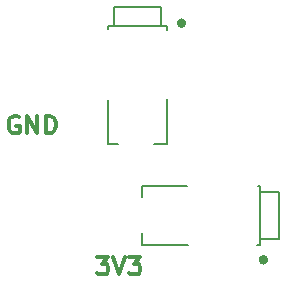
<source format=gbr>
%TF.GenerationSoftware,KiCad,Pcbnew,(6.0.8)*%
%TF.CreationDate,2022-11-26T11:36:34-06:00*%
%TF.ProjectId,connector-joint,636f6e6e-6563-4746-9f72-2d6a6f696e74,rev?*%
%TF.SameCoordinates,Original*%
%TF.FileFunction,Legend,Top*%
%TF.FilePolarity,Positive*%
%FSLAX46Y46*%
G04 Gerber Fmt 4.6, Leading zero omitted, Abs format (unit mm)*
G04 Created by KiCad (PCBNEW (6.0.8)) date 2022-11-26 11:36:34*
%MOMM*%
%LPD*%
G01*
G04 APERTURE LIST*
%ADD10C,0.300000*%
%ADD11C,0.127000*%
%ADD12C,0.400000*%
G04 APERTURE END LIST*
D10*
X157607142Y-100088000D02*
X157464285Y-100016571D01*
X157250000Y-100016571D01*
X157035714Y-100088000D01*
X156892857Y-100230857D01*
X156821428Y-100373714D01*
X156750000Y-100659428D01*
X156750000Y-100873714D01*
X156821428Y-101159428D01*
X156892857Y-101302285D01*
X157035714Y-101445142D01*
X157250000Y-101516571D01*
X157392857Y-101516571D01*
X157607142Y-101445142D01*
X157678571Y-101373714D01*
X157678571Y-100873714D01*
X157392857Y-100873714D01*
X158321428Y-101516571D02*
X158321428Y-100016571D01*
X159178571Y-101516571D01*
X159178571Y-100016571D01*
X159892857Y-101516571D02*
X159892857Y-100016571D01*
X160250000Y-100016571D01*
X160464285Y-100088000D01*
X160607142Y-100230857D01*
X160678571Y-100373714D01*
X160750000Y-100659428D01*
X160750000Y-100873714D01*
X160678571Y-101159428D01*
X160607142Y-101302285D01*
X160464285Y-101445142D01*
X160250000Y-101516571D01*
X159892857Y-101516571D01*
X164258857Y-111954571D02*
X165187428Y-111954571D01*
X164687428Y-112526000D01*
X164901714Y-112526000D01*
X165044571Y-112597428D01*
X165116000Y-112668857D01*
X165187428Y-112811714D01*
X165187428Y-113168857D01*
X165116000Y-113311714D01*
X165044571Y-113383142D01*
X164901714Y-113454571D01*
X164473142Y-113454571D01*
X164330285Y-113383142D01*
X164258857Y-113311714D01*
X165616000Y-111954571D02*
X166116000Y-113454571D01*
X166616000Y-111954571D01*
X166973142Y-111954571D02*
X167901714Y-111954571D01*
X167401714Y-112526000D01*
X167616000Y-112526000D01*
X167758857Y-112597428D01*
X167830285Y-112668857D01*
X167901714Y-112811714D01*
X167901714Y-113168857D01*
X167830285Y-113311714D01*
X167758857Y-113383142D01*
X167616000Y-113454571D01*
X167187428Y-113454571D01*
X167044571Y-113383142D01*
X166973142Y-113311714D01*
D11*
%TO.C,J3*%
X169640000Y-92440000D02*
X165640000Y-92440000D01*
X165140000Y-98690000D02*
X165140000Y-102440000D01*
X169640000Y-92440000D02*
X169640000Y-90840000D01*
X170140000Y-92440000D02*
X169640000Y-92440000D01*
X169090000Y-102440000D02*
X170140000Y-102440000D01*
X170140000Y-92740000D02*
X170140000Y-92440000D01*
X165640000Y-90840000D02*
X165640000Y-92440000D01*
X170140000Y-102440000D02*
X170140000Y-98590000D01*
X165140000Y-102440000D02*
X166040000Y-102440000D01*
X165140000Y-92440000D02*
X165140000Y-92640000D01*
X165640000Y-92440000D02*
X165140000Y-92440000D01*
X169640000Y-90840000D02*
X165640000Y-90840000D01*
D12*
X171590000Y-92190000D02*
G75*
G03*
X171590000Y-92190000I-200000J0D01*
G01*
D11*
%TO.C,J1*%
X177770000Y-110958000D02*
X178070000Y-110958000D01*
X168070000Y-105958000D02*
X168070000Y-106858000D01*
X179670000Y-106458000D02*
X178070000Y-106458000D01*
X178070000Y-110458000D02*
X178070000Y-106458000D01*
X178070000Y-106458000D02*
X178070000Y-105958000D01*
X179670000Y-110458000D02*
X179670000Y-106458000D01*
X178070000Y-105958000D02*
X177870000Y-105958000D01*
X168070000Y-110958000D02*
X171920000Y-110958000D01*
X178070000Y-110958000D02*
X178070000Y-110458000D01*
X178070000Y-110458000D02*
X179670000Y-110458000D01*
X168070000Y-109908000D02*
X168070000Y-110958000D01*
X171820000Y-105958000D02*
X168070000Y-105958000D01*
D12*
X178520000Y-112208000D02*
G75*
G03*
X178520000Y-112208000I-200000J0D01*
G01*
%TD*%
M02*

</source>
